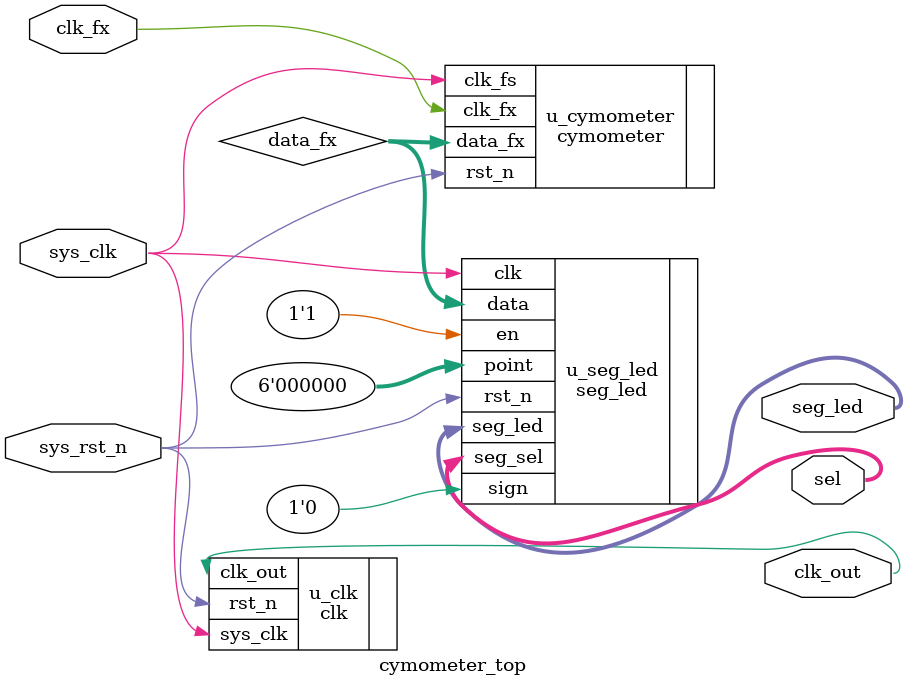
<source format=v>

module cymometer_top(
    //system clock
    input                  sys_clk  ,    // 时钟信号
    input                  sys_rst_n,    // 复位信号

    //cymometer interface
    input                  clk_fx   ,    // 被测时钟
    output                 clk_out  ,    // 输出时钟
    //user interface
    output          [5:0]  sel      ,    // 数码管位选
    output          [7:0]  seg_led       // 数码管段选
);

//parameter define
parameter    CLK_FS = 26'd50000000;      // 基准时钟频率值

//wire define
wire    [19:0]       data_fx;            // 被测信号测量值

//*****************************************************
//**                    main code
//*****************************************************

//例化等精度频率计模块
cymometer #(.CLK_FS(CLK_FS)              // 基准时钟频率值
) u_cymometer(
    //system clock
    .clk_fs      (sys_clk  ),            // 基准时钟信号
    .rst_n       (sys_rst_n),            // 复位信号
    //cymometer interface
    .clk_fx      (clk_fx   ),            // 被测时钟信号
    .data_fx     (data_fx  )             // 被测时钟频率输出
);
    
//例化测试时钟模块，产生测试时钟
clk #(.DIV_N(7'd100)                // 分频系数
) u_clk(
    //源时钟
    .sys_clk      (sys_clk  ),            // 输入时钟
    .rst_n       (sys_rst_n),            // 复位信号
    //分频后的时钟
    .clk_out     (clk_out  )             // 测试时钟
);

//例化数码管显示模块
seg_led u_seg_led(
    //module clock
    .clk         (sys_clk  ),            // 数码管驱动模块的驱动时钟
    .rst_n       (sys_rst_n),            // 复位信号
    //seg_led interface
    .seg_sel     (sel      ),            // 数码管位选
    .seg_led     (seg_led  ),            // 数码管段选
    //user interface
    .data        (data_fx  ),            // 被测频率值
    .point       (6'd0     ),            // 数码管显示的点控制
    .en          (1'b1     ),            // 数码管驱动使能信号
    .sign        (1'b0     )             // 控制符号位显示
);

endmodule
</source>
